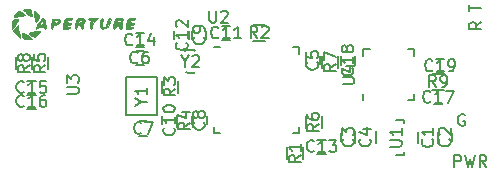
<source format=gbr>
G04 #@! TF.FileFunction,Legend,Top*
%FSLAX46Y46*%
G04 Gerber Fmt 4.6, Leading zero omitted, Abs format (unit mm)*
G04 Created by KiCad (PCBNEW 4.0.2-stable) date 2016年10月18日 星期二 03:38:32*
%MOMM*%
G01*
G04 APERTURE LIST*
%ADD10C,0.100000*%
%ADD11C,0.150000*%
%ADD12C,0.010000*%
G04 APERTURE END LIST*
D10*
D11*
X180100000Y-98450000D02*
X180100000Y-99450000D01*
X181800000Y-99450000D02*
X181800000Y-98450000D01*
X181800000Y-99275000D02*
X181800000Y-98575000D01*
X183000000Y-98575000D02*
X183000000Y-99275000D01*
X173600000Y-99275000D02*
X173600000Y-98575000D01*
X174800000Y-98575000D02*
X174800000Y-99275000D01*
X174800000Y-98425000D02*
X174800000Y-99425000D01*
X176500000Y-99425000D02*
X176500000Y-98425000D01*
X171796000Y-92067200D02*
X171796000Y-92767200D01*
X170596000Y-92767200D02*
X170596000Y-92067200D01*
X156875000Y-92825000D02*
X156175000Y-92825000D01*
X156175000Y-91625000D02*
X156875000Y-91625000D01*
X157181600Y-98796400D02*
X156481600Y-98796400D01*
X156481600Y-97596400D02*
X157181600Y-97596400D01*
X162194800Y-97147200D02*
X162194800Y-97847200D01*
X160994800Y-97847200D02*
X160994800Y-97147200D01*
X160975000Y-90625000D02*
X160975000Y-89925000D01*
X162175000Y-89925000D02*
X162175000Y-90625000D01*
X159654800Y-97147200D02*
X159654800Y-97847200D01*
X158454800Y-97847200D02*
X158454800Y-97147200D01*
X163492000Y-89519200D02*
X164192000Y-89519200D01*
X164192000Y-90719200D02*
X163492000Y-90719200D01*
X159475000Y-90625000D02*
X159475000Y-89925000D01*
X160675000Y-89925000D02*
X160675000Y-90625000D01*
X172275000Y-100325000D02*
X171575000Y-100325000D01*
X171575000Y-99125000D02*
X172275000Y-99125000D01*
X156200000Y-90100000D02*
X156900000Y-90100000D01*
X156900000Y-91300000D02*
X156200000Y-91300000D01*
X147709190Y-95334258D02*
X147009190Y-95334258D01*
X147009190Y-94134258D02*
X147709190Y-94134258D01*
X147709190Y-96534258D02*
X147009190Y-96534258D01*
X147009190Y-95334258D02*
X147709190Y-95334258D01*
X182150000Y-96150000D02*
X181450000Y-96150000D01*
X181450000Y-94950000D02*
X182150000Y-94950000D01*
X173600000Y-92775000D02*
X173600000Y-92075000D01*
X174800000Y-92075000D02*
X174800000Y-92775000D01*
X181600000Y-92300000D02*
X182300000Y-92300000D01*
X182300000Y-93500000D02*
X181600000Y-93500000D01*
X169025000Y-100800000D02*
X169025000Y-99800000D01*
X170375000Y-99800000D02*
X170375000Y-100800000D01*
X166150000Y-89400000D02*
X167150000Y-89400000D01*
X167150000Y-90750000D02*
X166150000Y-90750000D01*
X158430600Y-95152400D02*
X158430600Y-94152400D01*
X159780600Y-94152400D02*
X159780600Y-95152400D01*
X160999800Y-97024000D02*
X160999800Y-98024000D01*
X159649800Y-98024000D02*
X159649800Y-97024000D01*
X148772597Y-92160111D02*
X148772597Y-93160111D01*
X147422597Y-93160111D02*
X147422597Y-92160111D01*
X170600000Y-98150000D02*
X170600000Y-97150000D01*
X171950000Y-97150000D02*
X171950000Y-98150000D01*
X171975000Y-93075000D02*
X171975000Y-92075000D01*
X173325000Y-92075000D02*
X173325000Y-93075000D01*
X146072597Y-93160111D02*
X146072597Y-92160111D01*
X147422597Y-92160111D02*
X147422597Y-93160111D01*
X182275000Y-94925000D02*
X181275000Y-94925000D01*
X181275000Y-93575000D02*
X182275000Y-93575000D01*
X178927020Y-100249160D02*
X178927020Y-100200900D01*
X178225980Y-97450180D02*
X178927020Y-97450180D01*
X178927020Y-97450180D02*
X178927020Y-97699100D01*
X178927020Y-100249160D02*
X178927020Y-100449820D01*
X178927020Y-100449820D02*
X178225980Y-100449820D01*
X175475000Y-91500000D02*
X176000000Y-91500000D01*
X179775000Y-95800000D02*
X179250000Y-95800000D01*
X179775000Y-91500000D02*
X179250000Y-91500000D01*
X175475000Y-95800000D02*
X175475000Y-95275000D01*
X179775000Y-95800000D02*
X179775000Y-95275000D01*
X179775000Y-91500000D02*
X179775000Y-92025000D01*
X175475000Y-91500000D02*
X175475000Y-92025000D01*
X157980000Y-93820000D02*
X157980000Y-97020000D01*
X157980000Y-97020000D02*
X155380000Y-97020000D01*
X155380000Y-97020000D02*
X155380000Y-93820000D01*
X155380000Y-93820000D02*
X157980000Y-93820000D01*
X160376120Y-91625840D02*
X160475180Y-91575040D01*
X160475180Y-91575040D02*
X160675840Y-91524240D01*
X160675840Y-91524240D02*
X160876500Y-91524240D01*
X160876500Y-91524240D02*
X161125420Y-91575040D01*
X161125420Y-91575040D02*
X161224480Y-91625840D01*
X160426920Y-93424160D02*
X160576780Y-93525760D01*
X160576780Y-93525760D02*
X160774900Y-93525760D01*
X160774900Y-93525760D02*
X160975560Y-93525760D01*
X160975560Y-93525760D02*
X161125420Y-93474960D01*
X161125420Y-93474960D02*
X161224480Y-93424160D01*
X170039000Y-91323800D02*
X170039000Y-91848800D01*
X162789000Y-98573800D02*
X162789000Y-98048800D01*
X170039000Y-98573800D02*
X170039000Y-98048800D01*
X162789000Y-91323800D02*
X163314000Y-91323800D01*
X162789000Y-98573800D02*
X163314000Y-98573800D01*
X170039000Y-98573800D02*
X169514000Y-98573800D01*
X170039000Y-91323800D02*
X169514000Y-91323800D01*
D12*
G36*
X146652395Y-90089786D02*
X146834636Y-90193955D01*
X147123128Y-90386240D01*
X147428297Y-90593334D01*
X147002412Y-90593334D01*
X146750190Y-90587830D01*
X146620198Y-90551526D01*
X146565338Y-90454729D01*
X146542693Y-90303528D01*
X146531344Y-90148123D01*
X146559604Y-90075692D01*
X146652395Y-90089786D01*
X146652395Y-90089786D01*
G37*
X146652395Y-90089786D02*
X146834636Y-90193955D01*
X147123128Y-90386240D01*
X147428297Y-90593334D01*
X147002412Y-90593334D01*
X146750190Y-90587830D01*
X146620198Y-90551526D01*
X146565338Y-90454729D01*
X146542693Y-90303528D01*
X146531344Y-90148123D01*
X146559604Y-90075692D01*
X146652395Y-90089786D01*
G36*
X146252508Y-89735596D02*
X146308005Y-90021777D01*
X146353061Y-90254667D01*
X146378009Y-90431548D01*
X146370610Y-90508556D01*
X146369670Y-90508667D01*
X146297059Y-90453362D01*
X146151165Y-90313618D01*
X146072750Y-90233500D01*
X145808282Y-89958334D01*
X146004649Y-89714429D01*
X146201016Y-89470525D01*
X146252508Y-89735596D01*
X146252508Y-89735596D01*
G37*
X146252508Y-89735596D02*
X146308005Y-90021777D01*
X146353061Y-90254667D01*
X146378009Y-90431548D01*
X146370610Y-90508556D01*
X146369670Y-90508667D01*
X146297059Y-90453362D01*
X146151165Y-90313618D01*
X146072750Y-90233500D01*
X145808282Y-89958334D01*
X146004649Y-89714429D01*
X146201016Y-89470525D01*
X146252508Y-89735596D01*
G36*
X148046803Y-89967283D02*
X147999038Y-90083081D01*
X147844333Y-90275834D01*
X147651875Y-90406270D01*
X147430350Y-90374648D01*
X147254824Y-90258088D01*
X147153382Y-90163701D01*
X147136358Y-90098835D01*
X147225544Y-90049686D01*
X147442732Y-90002450D01*
X147732882Y-89955266D01*
X147960440Y-89931456D01*
X148046803Y-89967283D01*
X148046803Y-89967283D01*
G37*
X148046803Y-89967283D02*
X147999038Y-90083081D01*
X147844333Y-90275834D01*
X147651875Y-90406270D01*
X147430350Y-90374648D01*
X147254824Y-90258088D01*
X147153382Y-90163701D01*
X147136358Y-90098835D01*
X147225544Y-90049686D01*
X147442732Y-90002450D01*
X147732882Y-89955266D01*
X147960440Y-89931456D01*
X148046803Y-89967283D01*
G36*
X146228651Y-88944644D02*
X146219206Y-89063917D01*
X146093789Y-89281952D01*
X145873495Y-89582926D01*
X145715099Y-89789000D01*
X145713216Y-89396708D01*
X145724072Y-89149000D01*
X145773958Y-89019581D01*
X145884196Y-88958336D01*
X145901834Y-88953364D01*
X146122676Y-88911879D01*
X146228651Y-88944644D01*
X146228651Y-88944644D01*
G37*
X146228651Y-88944644D02*
X146219206Y-89063917D01*
X146093789Y-89281952D01*
X145873495Y-89582926D01*
X145715099Y-89789000D01*
X145713216Y-89396708D01*
X145724072Y-89149000D01*
X145773958Y-89019581D01*
X145884196Y-88958336D01*
X145901834Y-88953364D01*
X146122676Y-88911879D01*
X146228651Y-88944644D01*
G36*
X148405992Y-88888226D02*
X148498168Y-89080863D01*
X148540678Y-89260425D01*
X148567387Y-89487666D01*
X148560349Y-89668556D01*
X148527466Y-89768409D01*
X148476644Y-89752538D01*
X148444353Y-89683167D01*
X148341300Y-89608019D01*
X148156007Y-89579501D01*
X147969853Y-89600615D01*
X147870334Y-89662000D01*
X147765211Y-89743381D01*
X147742339Y-89746667D01*
X147741965Y-89680978D01*
X147814743Y-89509185D01*
X147937836Y-89281039D01*
X147942469Y-89274075D01*
X148115275Y-89274075D01*
X148123135Y-89387273D01*
X148199942Y-89408000D01*
X148313109Y-89337354D01*
X148336000Y-89238667D01*
X148300544Y-89101086D01*
X148251334Y-89069334D01*
X148168862Y-89096740D01*
X148166667Y-89104742D01*
X148140328Y-89204266D01*
X148115275Y-89274075D01*
X147942469Y-89274075D01*
X148132776Y-88988076D01*
X148286511Y-88857217D01*
X148405992Y-88888226D01*
X148405992Y-88888226D01*
G37*
X148405992Y-88888226D02*
X148498168Y-89080863D01*
X148540678Y-89260425D01*
X148567387Y-89487666D01*
X148560349Y-89668556D01*
X148527466Y-89768409D01*
X148476644Y-89752538D01*
X148444353Y-89683167D01*
X148341300Y-89608019D01*
X148156007Y-89579501D01*
X147969853Y-89600615D01*
X147870334Y-89662000D01*
X147765211Y-89743381D01*
X147742339Y-89746667D01*
X147741965Y-89680978D01*
X147814743Y-89509185D01*
X147937836Y-89281039D01*
X147942469Y-89274075D01*
X148115275Y-89274075D01*
X148123135Y-89387273D01*
X148199942Y-89408000D01*
X148313109Y-89337354D01*
X148336000Y-89238667D01*
X148300544Y-89101086D01*
X148251334Y-89069334D01*
X148168862Y-89096740D01*
X148166667Y-89104742D01*
X148140328Y-89204266D01*
X148115275Y-89274075D01*
X147942469Y-89274075D01*
X148132776Y-88988076D01*
X148286511Y-88857217D01*
X148405992Y-88888226D01*
G36*
X149557180Y-88906618D02*
X149734768Y-88932935D01*
X149809139Y-88970869D01*
X149804699Y-89101701D01*
X149695665Y-89252019D01*
X149531273Y-89370532D01*
X149389533Y-89408000D01*
X149225995Y-89449654D01*
X149182667Y-89577334D01*
X149134473Y-89714671D01*
X149067035Y-89746667D01*
X148999467Y-89709638D01*
X148991144Y-89574454D01*
X149021015Y-89386834D01*
X149064707Y-89151472D01*
X149071264Y-89111667D01*
X149267334Y-89111667D01*
X149337920Y-89215095D01*
X149436667Y-89238667D01*
X149574571Y-89185727D01*
X149606000Y-89111667D01*
X149535414Y-89008239D01*
X149436667Y-88984667D01*
X149298763Y-89037606D01*
X149267334Y-89111667D01*
X149071264Y-89111667D01*
X149091188Y-88990735D01*
X149094313Y-88963500D01*
X149170121Y-88921212D01*
X149346688Y-88902481D01*
X149557180Y-88906618D01*
X149557180Y-88906618D01*
G37*
X149557180Y-88906618D02*
X149734768Y-88932935D01*
X149809139Y-88970869D01*
X149804699Y-89101701D01*
X149695665Y-89252019D01*
X149531273Y-89370532D01*
X149389533Y-89408000D01*
X149225995Y-89449654D01*
X149182667Y-89577334D01*
X149134473Y-89714671D01*
X149067035Y-89746667D01*
X148999467Y-89709638D01*
X148991144Y-89574454D01*
X149021015Y-89386834D01*
X149064707Y-89151472D01*
X149071264Y-89111667D01*
X149267334Y-89111667D01*
X149337920Y-89215095D01*
X149436667Y-89238667D01*
X149574571Y-89185727D01*
X149606000Y-89111667D01*
X149535414Y-89008239D01*
X149436667Y-88984667D01*
X149298763Y-89037606D01*
X149267334Y-89111667D01*
X149071264Y-89111667D01*
X149091188Y-88990735D01*
X149094313Y-88963500D01*
X149170121Y-88921212D01*
X149346688Y-88902481D01*
X149557180Y-88906618D01*
G36*
X150759743Y-88833452D02*
X150838849Y-88882302D01*
X150833667Y-88900000D01*
X150716960Y-88965539D01*
X150574670Y-88984667D01*
X150408179Y-89029726D01*
X150368000Y-89111667D01*
X150438586Y-89215095D01*
X150537334Y-89238667D01*
X150674914Y-89274123D01*
X150706667Y-89323334D01*
X150634211Y-89386979D01*
X150495000Y-89408000D01*
X150335885Y-89436983D01*
X150283334Y-89492667D01*
X150355939Y-89555773D01*
X150499997Y-89577334D01*
X150644048Y-89604210D01*
X150664334Y-89662000D01*
X150552122Y-89718513D01*
X150345604Y-89746125D01*
X150311247Y-89746667D01*
X150010488Y-89746667D01*
X150066758Y-89429167D01*
X150127584Y-89114323D01*
X150189532Y-88931098D01*
X150280503Y-88843908D01*
X150428395Y-88817167D01*
X150548036Y-88815334D01*
X150759743Y-88833452D01*
X150759743Y-88833452D01*
G37*
X150759743Y-88833452D02*
X150838849Y-88882302D01*
X150833667Y-88900000D01*
X150716960Y-88965539D01*
X150574670Y-88984667D01*
X150408179Y-89029726D01*
X150368000Y-89111667D01*
X150438586Y-89215095D01*
X150537334Y-89238667D01*
X150674914Y-89274123D01*
X150706667Y-89323334D01*
X150634211Y-89386979D01*
X150495000Y-89408000D01*
X150335885Y-89436983D01*
X150283334Y-89492667D01*
X150355939Y-89555773D01*
X150499997Y-89577334D01*
X150644048Y-89604210D01*
X150664334Y-89662000D01*
X150552122Y-89718513D01*
X150345604Y-89746125D01*
X150311247Y-89746667D01*
X150010488Y-89746667D01*
X150066758Y-89429167D01*
X150127584Y-89114323D01*
X150189532Y-88931098D01*
X150280503Y-88843908D01*
X150428395Y-88817167D01*
X150548036Y-88815334D01*
X150759743Y-88833452D01*
G36*
X151658927Y-88852555D02*
X151816989Y-88940241D01*
X151875232Y-89062792D01*
X151804138Y-89184329D01*
X151718444Y-89339226D01*
X151707124Y-89513834D01*
X151698545Y-89681748D01*
X151643624Y-89746667D01*
X151570285Y-89675808D01*
X151553334Y-89577334D01*
X151493465Y-89435829D01*
X151384000Y-89408000D01*
X151242496Y-89467869D01*
X151214667Y-89577334D01*
X151165550Y-89714651D01*
X151096772Y-89746667D01*
X151033406Y-89720177D01*
X151020561Y-89616084D01*
X151056601Y-89397456D01*
X151077110Y-89302167D01*
X151118062Y-89140919D01*
X151317765Y-89140919D01*
X151342773Y-89225040D01*
X151430733Y-89225586D01*
X151579221Y-89144384D01*
X151619568Y-89082414D01*
X151594561Y-88998294D01*
X151506600Y-88997748D01*
X151358113Y-89078950D01*
X151317765Y-89140919D01*
X151118062Y-89140919D01*
X151143081Y-89042412D01*
X151214847Y-88905714D01*
X151325912Y-88848080D01*
X151435049Y-88832177D01*
X151658927Y-88852555D01*
X151658927Y-88852555D01*
G37*
X151658927Y-88852555D02*
X151816989Y-88940241D01*
X151875232Y-89062792D01*
X151804138Y-89184329D01*
X151718444Y-89339226D01*
X151707124Y-89513834D01*
X151698545Y-89681748D01*
X151643624Y-89746667D01*
X151570285Y-89675808D01*
X151553334Y-89577334D01*
X151493465Y-89435829D01*
X151384000Y-89408000D01*
X151242496Y-89467869D01*
X151214667Y-89577334D01*
X151165550Y-89714651D01*
X151096772Y-89746667D01*
X151033406Y-89720177D01*
X151020561Y-89616084D01*
X151056601Y-89397456D01*
X151077110Y-89302167D01*
X151118062Y-89140919D01*
X151317765Y-89140919D01*
X151342773Y-89225040D01*
X151430733Y-89225586D01*
X151579221Y-89144384D01*
X151619568Y-89082414D01*
X151594561Y-88998294D01*
X151506600Y-88997748D01*
X151358113Y-89078950D01*
X151317765Y-89140919D01*
X151118062Y-89140919D01*
X151143081Y-89042412D01*
X151214847Y-88905714D01*
X151325912Y-88848080D01*
X151435049Y-88832177D01*
X151658927Y-88852555D01*
G36*
X152854823Y-88825841D02*
X152975274Y-88858916D01*
X152933771Y-88916886D01*
X152789331Y-88981499D01*
X152635212Y-89092535D01*
X152546590Y-89308012D01*
X152527889Y-89402737D01*
X152461570Y-89656101D01*
X152392247Y-89747433D01*
X152344026Y-89681850D01*
X152341017Y-89464469D01*
X152353241Y-89365667D01*
X152378821Y-89127269D01*
X152356164Y-89013531D01*
X152278188Y-88984667D01*
X152162226Y-88940518D01*
X152146000Y-88900000D01*
X152222147Y-88851703D01*
X152416842Y-88821047D01*
X152569334Y-88815334D01*
X152854823Y-88825841D01*
X152854823Y-88825841D01*
G37*
X152854823Y-88825841D02*
X152975274Y-88858916D01*
X152933771Y-88916886D01*
X152789331Y-88981499D01*
X152635212Y-89092535D01*
X152546590Y-89308012D01*
X152527889Y-89402737D01*
X152461570Y-89656101D01*
X152392247Y-89747433D01*
X152344026Y-89681850D01*
X152341017Y-89464469D01*
X152353241Y-89365667D01*
X152378821Y-89127269D01*
X152356164Y-89013531D01*
X152278188Y-88984667D01*
X152162226Y-88940518D01*
X152146000Y-88900000D01*
X152222147Y-88851703D01*
X152416842Y-88821047D01*
X152569334Y-88815334D01*
X152854823Y-88825841D01*
G36*
X153394821Y-88891957D02*
X153390489Y-89102462D01*
X153379218Y-89188826D01*
X153374011Y-89473366D01*
X153442554Y-89624779D01*
X153553226Y-89642492D01*
X153674407Y-89525933D01*
X153774476Y-89274531D01*
X153791423Y-89196287D01*
X153860626Y-88971304D01*
X153954133Y-88834894D01*
X154045324Y-88824442D01*
X154051955Y-88830399D01*
X154065598Y-88944104D01*
X154022675Y-89145721D01*
X153943881Y-89372486D01*
X153849912Y-89561631D01*
X153785472Y-89638566D01*
X153588857Y-89723976D01*
X153371687Y-89743797D01*
X153218544Y-89690321D01*
X153218445Y-89690222D01*
X153167975Y-89553926D01*
X153163865Y-89338412D01*
X153197030Y-89103712D01*
X153258389Y-88909859D01*
X153338856Y-88816884D01*
X153350822Y-88815334D01*
X153394821Y-88891957D01*
X153394821Y-88891957D01*
G37*
X153394821Y-88891957D02*
X153390489Y-89102462D01*
X153379218Y-89188826D01*
X153374011Y-89473366D01*
X153442554Y-89624779D01*
X153553226Y-89642492D01*
X153674407Y-89525933D01*
X153774476Y-89274531D01*
X153791423Y-89196287D01*
X153860626Y-88971304D01*
X153954133Y-88834894D01*
X154045324Y-88824442D01*
X154051955Y-88830399D01*
X154065598Y-88944104D01*
X154022675Y-89145721D01*
X153943881Y-89372486D01*
X153849912Y-89561631D01*
X153785472Y-89638566D01*
X153588857Y-89723976D01*
X153371687Y-89743797D01*
X153218544Y-89690321D01*
X153218445Y-89690222D01*
X153167975Y-89553926D01*
X153163865Y-89338412D01*
X153197030Y-89103712D01*
X153258389Y-88909859D01*
X153338856Y-88816884D01*
X153350822Y-88815334D01*
X153394821Y-88891957D01*
G36*
X154944542Y-88855034D02*
X155080279Y-88958035D01*
X155067761Y-89113110D01*
X155054655Y-89136143D01*
X154995980Y-89336993D01*
X155001025Y-89519726D01*
X155007373Y-89690865D01*
X154924296Y-89746109D01*
X154907537Y-89746667D01*
X154793538Y-89676082D01*
X154770667Y-89577334D01*
X154721864Y-89440009D01*
X154653542Y-89408000D01*
X154539818Y-89478936D01*
X154492135Y-89577334D01*
X154413638Y-89714822D01*
X154346081Y-89746667D01*
X154281728Y-89677578D01*
X154299914Y-89525123D01*
X154360584Y-89265305D01*
X154391923Y-89117875D01*
X154601334Y-89117875D01*
X154658989Y-89210475D01*
X154781901Y-89214793D01*
X154894986Y-89137301D01*
X154918873Y-89090500D01*
X154879928Y-89004997D01*
X154777722Y-88984667D01*
X154632175Y-89038452D01*
X154601334Y-89117875D01*
X154391923Y-89117875D01*
X154404342Y-89059456D01*
X154473502Y-88879229D01*
X154614677Y-88818736D01*
X154675417Y-88816630D01*
X154944542Y-88855034D01*
X154944542Y-88855034D01*
G37*
X154944542Y-88855034D02*
X155080279Y-88958035D01*
X155067761Y-89113110D01*
X155054655Y-89136143D01*
X154995980Y-89336993D01*
X155001025Y-89519726D01*
X155007373Y-89690865D01*
X154924296Y-89746109D01*
X154907537Y-89746667D01*
X154793538Y-89676082D01*
X154770667Y-89577334D01*
X154721864Y-89440009D01*
X154653542Y-89408000D01*
X154539818Y-89478936D01*
X154492135Y-89577334D01*
X154413638Y-89714822D01*
X154346081Y-89746667D01*
X154281728Y-89677578D01*
X154299914Y-89525123D01*
X154360584Y-89265305D01*
X154391923Y-89117875D01*
X154601334Y-89117875D01*
X154658989Y-89210475D01*
X154781901Y-89214793D01*
X154894986Y-89137301D01*
X154918873Y-89090500D01*
X154879928Y-89004997D01*
X154777722Y-88984667D01*
X154632175Y-89038452D01*
X154601334Y-89117875D01*
X154391923Y-89117875D01*
X154404342Y-89059456D01*
X154473502Y-88879229D01*
X154614677Y-88818736D01*
X154675417Y-88816630D01*
X154944542Y-88855034D01*
G36*
X156093743Y-88833452D02*
X156172849Y-88882302D01*
X156167667Y-88900000D01*
X156050960Y-88965539D01*
X155908670Y-88984667D01*
X155742179Y-89029726D01*
X155702000Y-89111667D01*
X155772586Y-89215095D01*
X155871334Y-89238667D01*
X156008914Y-89274123D01*
X156040667Y-89323334D01*
X155968211Y-89386979D01*
X155829000Y-89408000D01*
X155669885Y-89436983D01*
X155617334Y-89492667D01*
X155689939Y-89555773D01*
X155833997Y-89577334D01*
X155978048Y-89604210D01*
X155998334Y-89662000D01*
X155886122Y-89718513D01*
X155679604Y-89746125D01*
X155645247Y-89746667D01*
X155344488Y-89746667D01*
X155400758Y-89429167D01*
X155461584Y-89114323D01*
X155523532Y-88931098D01*
X155614503Y-88843908D01*
X155762395Y-88817167D01*
X155882036Y-88815334D01*
X156093743Y-88833452D01*
X156093743Y-88833452D01*
G37*
X156093743Y-88833452D02*
X156172849Y-88882302D01*
X156167667Y-88900000D01*
X156050960Y-88965539D01*
X155908670Y-88984667D01*
X155742179Y-89029726D01*
X155702000Y-89111667D01*
X155772586Y-89215095D01*
X155871334Y-89238667D01*
X156008914Y-89274123D01*
X156040667Y-89323334D01*
X155968211Y-89386979D01*
X155829000Y-89408000D01*
X155669885Y-89436983D01*
X155617334Y-89492667D01*
X155689939Y-89555773D01*
X155833997Y-89577334D01*
X155978048Y-89604210D01*
X155998334Y-89662000D01*
X155886122Y-89718513D01*
X155679604Y-89746125D01*
X155645247Y-89746667D01*
X155344488Y-89746667D01*
X155400758Y-89429167D01*
X155461584Y-89114323D01*
X155523532Y-88931098D01*
X155614503Y-88843908D01*
X155762395Y-88817167D01*
X155882036Y-88815334D01*
X156093743Y-88833452D01*
G36*
X147646502Y-88275644D02*
X147798738Y-88406992D01*
X147841615Y-88447378D01*
X147989630Y-88601230D01*
X148027325Y-88712361D01*
X147968954Y-88852747D01*
X147933827Y-88913044D01*
X147822576Y-89077443D01*
X147743302Y-89153395D01*
X147739236Y-89154000D01*
X147697029Y-89078260D01*
X147642601Y-88882686D01*
X147602575Y-88688334D01*
X147563910Y-88435433D01*
X147551796Y-88266314D01*
X147562619Y-88222667D01*
X147646502Y-88275644D01*
X147646502Y-88275644D01*
G37*
X147646502Y-88275644D02*
X147798738Y-88406992D01*
X147841615Y-88447378D01*
X147989630Y-88601230D01*
X148027325Y-88712361D01*
X147968954Y-88852747D01*
X147933827Y-88913044D01*
X147822576Y-89077443D01*
X147743302Y-89153395D01*
X147739236Y-89154000D01*
X147697029Y-89078260D01*
X147642601Y-88882686D01*
X147602575Y-88688334D01*
X147563910Y-88435433D01*
X147551796Y-88266314D01*
X147562619Y-88222667D01*
X147646502Y-88275644D01*
G36*
X146519388Y-88340403D02*
X146552427Y-88359843D01*
X146724224Y-88473997D01*
X146809841Y-88555716D01*
X146812000Y-88563469D01*
X146735833Y-88602631D01*
X146537916Y-88653590D01*
X146310579Y-88696689D01*
X146035590Y-88737726D01*
X145895185Y-88741811D01*
X145857946Y-88705422D01*
X145879404Y-88648361D01*
X145995251Y-88491566D01*
X146121252Y-88361807D01*
X146246030Y-88264078D01*
X146353796Y-88257057D01*
X146519388Y-88340403D01*
X146519388Y-88340403D01*
G37*
X146519388Y-88340403D02*
X146552427Y-88359843D01*
X146724224Y-88473997D01*
X146809841Y-88555716D01*
X146812000Y-88563469D01*
X146735833Y-88602631D01*
X146537916Y-88653590D01*
X146310579Y-88696689D01*
X146035590Y-88737726D01*
X145895185Y-88741811D01*
X145857946Y-88705422D01*
X145879404Y-88648361D01*
X145995251Y-88491566D01*
X146121252Y-88361807D01*
X146246030Y-88264078D01*
X146353796Y-88257057D01*
X146519388Y-88340403D01*
G36*
X147183864Y-88065210D02*
X147291621Y-88130732D01*
X147345981Y-88294736D01*
X147358370Y-88358318D01*
X147389214Y-88562766D01*
X147392386Y-88678519D01*
X147388960Y-88685624D01*
X147311975Y-88653237D01*
X147144775Y-88545909D01*
X147023667Y-88459909D01*
X146778111Y-88266428D01*
X146677375Y-88143501D01*
X146719462Y-88077318D01*
X146902374Y-88054062D01*
X146964855Y-88053334D01*
X147183864Y-88065210D01*
X147183864Y-88065210D01*
G37*
X147183864Y-88065210D02*
X147291621Y-88130732D01*
X147345981Y-88294736D01*
X147358370Y-88358318D01*
X147389214Y-88562766D01*
X147392386Y-88678519D01*
X147388960Y-88685624D01*
X147311975Y-88653237D01*
X147144775Y-88545909D01*
X147023667Y-88459909D01*
X146778111Y-88266428D01*
X146677375Y-88143501D01*
X146719462Y-88077318D01*
X146902374Y-88054062D01*
X146964855Y-88053334D01*
X147183864Y-88065210D01*
D11*
X181306943Y-99116666D02*
X181354562Y-99164285D01*
X181402181Y-99307142D01*
X181402181Y-99402380D01*
X181354562Y-99545238D01*
X181259324Y-99640476D01*
X181164086Y-99688095D01*
X180973610Y-99735714D01*
X180830752Y-99735714D01*
X180640276Y-99688095D01*
X180545038Y-99640476D01*
X180449800Y-99545238D01*
X180402181Y-99402380D01*
X180402181Y-99307142D01*
X180449800Y-99164285D01*
X180497419Y-99116666D01*
X181402181Y-98164285D02*
X181402181Y-98735714D01*
X181402181Y-98450000D02*
X180402181Y-98450000D01*
X180545038Y-98545238D01*
X180640276Y-98640476D01*
X180687895Y-98735714D01*
X182757143Y-99091666D02*
X182804762Y-99139285D01*
X182852381Y-99282142D01*
X182852381Y-99377380D01*
X182804762Y-99520238D01*
X182709524Y-99615476D01*
X182614286Y-99663095D01*
X182423810Y-99710714D01*
X182280952Y-99710714D01*
X182090476Y-99663095D01*
X181995238Y-99615476D01*
X181900000Y-99520238D01*
X181852381Y-99377380D01*
X181852381Y-99282142D01*
X181900000Y-99139285D01*
X181947619Y-99091666D01*
X181947619Y-98710714D02*
X181900000Y-98663095D01*
X181852381Y-98567857D01*
X181852381Y-98329761D01*
X181900000Y-98234523D01*
X181947619Y-98186904D01*
X182042857Y-98139285D01*
X182138095Y-98139285D01*
X182280952Y-98186904D01*
X182852381Y-98758333D01*
X182852381Y-98139285D01*
X174557143Y-99091666D02*
X174604762Y-99139285D01*
X174652381Y-99282142D01*
X174652381Y-99377380D01*
X174604762Y-99520238D01*
X174509524Y-99615476D01*
X174414286Y-99663095D01*
X174223810Y-99710714D01*
X174080952Y-99710714D01*
X173890476Y-99663095D01*
X173795238Y-99615476D01*
X173700000Y-99520238D01*
X173652381Y-99377380D01*
X173652381Y-99282142D01*
X173700000Y-99139285D01*
X173747619Y-99091666D01*
X173652381Y-98758333D02*
X173652381Y-98139285D01*
X174033333Y-98472619D01*
X174033333Y-98329761D01*
X174080952Y-98234523D01*
X174128571Y-98186904D01*
X174223810Y-98139285D01*
X174461905Y-98139285D01*
X174557143Y-98186904D01*
X174604762Y-98234523D01*
X174652381Y-98329761D01*
X174652381Y-98615476D01*
X174604762Y-98710714D01*
X174557143Y-98758333D01*
X176007143Y-99091666D02*
X176054762Y-99139285D01*
X176102381Y-99282142D01*
X176102381Y-99377380D01*
X176054762Y-99520238D01*
X175959524Y-99615476D01*
X175864286Y-99663095D01*
X175673810Y-99710714D01*
X175530952Y-99710714D01*
X175340476Y-99663095D01*
X175245238Y-99615476D01*
X175150000Y-99520238D01*
X175102381Y-99377380D01*
X175102381Y-99282142D01*
X175150000Y-99139285D01*
X175197619Y-99091666D01*
X175435714Y-98234523D02*
X176102381Y-98234523D01*
X175054762Y-98472619D02*
X175769048Y-98710714D01*
X175769048Y-98091666D01*
X171553143Y-92583866D02*
X171600762Y-92631485D01*
X171648381Y-92774342D01*
X171648381Y-92869580D01*
X171600762Y-93012438D01*
X171505524Y-93107676D01*
X171410286Y-93155295D01*
X171219810Y-93202914D01*
X171076952Y-93202914D01*
X170886476Y-93155295D01*
X170791238Y-93107676D01*
X170696000Y-93012438D01*
X170648381Y-92869580D01*
X170648381Y-92774342D01*
X170696000Y-92631485D01*
X170743619Y-92583866D01*
X170648381Y-91679104D02*
X170648381Y-92155295D01*
X171124571Y-92202914D01*
X171076952Y-92155295D01*
X171029333Y-92060057D01*
X171029333Y-91821961D01*
X171076952Y-91726723D01*
X171124571Y-91679104D01*
X171219810Y-91631485D01*
X171457905Y-91631485D01*
X171553143Y-91679104D01*
X171600762Y-91726723D01*
X171648381Y-91821961D01*
X171648381Y-92060057D01*
X171600762Y-92155295D01*
X171553143Y-92202914D01*
X156358334Y-92582143D02*
X156310715Y-92629762D01*
X156167858Y-92677381D01*
X156072620Y-92677381D01*
X155929762Y-92629762D01*
X155834524Y-92534524D01*
X155786905Y-92439286D01*
X155739286Y-92248810D01*
X155739286Y-92105952D01*
X155786905Y-91915476D01*
X155834524Y-91820238D01*
X155929762Y-91725000D01*
X156072620Y-91677381D01*
X156167858Y-91677381D01*
X156310715Y-91725000D01*
X156358334Y-91772619D01*
X157215477Y-91677381D02*
X157025000Y-91677381D01*
X156929762Y-91725000D01*
X156882143Y-91772619D01*
X156786905Y-91915476D01*
X156739286Y-92105952D01*
X156739286Y-92486905D01*
X156786905Y-92582143D01*
X156834524Y-92629762D01*
X156929762Y-92677381D01*
X157120239Y-92677381D01*
X157215477Y-92629762D01*
X157263096Y-92582143D01*
X157310715Y-92486905D01*
X157310715Y-92248810D01*
X157263096Y-92153571D01*
X157215477Y-92105952D01*
X157120239Y-92058333D01*
X156929762Y-92058333D01*
X156834524Y-92105952D01*
X156786905Y-92153571D01*
X156739286Y-92248810D01*
X156664934Y-98553543D02*
X156617315Y-98601162D01*
X156474458Y-98648781D01*
X156379220Y-98648781D01*
X156236362Y-98601162D01*
X156141124Y-98505924D01*
X156093505Y-98410686D01*
X156045886Y-98220210D01*
X156045886Y-98077352D01*
X156093505Y-97886876D01*
X156141124Y-97791638D01*
X156236362Y-97696400D01*
X156379220Y-97648781D01*
X156474458Y-97648781D01*
X156617315Y-97696400D01*
X156664934Y-97744019D01*
X156998267Y-97648781D02*
X157664934Y-97648781D01*
X157236362Y-98648781D01*
X161951943Y-97663866D02*
X161999562Y-97711485D01*
X162047181Y-97854342D01*
X162047181Y-97949580D01*
X161999562Y-98092438D01*
X161904324Y-98187676D01*
X161809086Y-98235295D01*
X161618610Y-98282914D01*
X161475752Y-98282914D01*
X161285276Y-98235295D01*
X161190038Y-98187676D01*
X161094800Y-98092438D01*
X161047181Y-97949580D01*
X161047181Y-97854342D01*
X161094800Y-97711485D01*
X161142419Y-97663866D01*
X161475752Y-97092438D02*
X161428133Y-97187676D01*
X161380514Y-97235295D01*
X161285276Y-97282914D01*
X161237657Y-97282914D01*
X161142419Y-97235295D01*
X161094800Y-97187676D01*
X161047181Y-97092438D01*
X161047181Y-96901961D01*
X161094800Y-96806723D01*
X161142419Y-96759104D01*
X161237657Y-96711485D01*
X161285276Y-96711485D01*
X161380514Y-96759104D01*
X161428133Y-96806723D01*
X161475752Y-96901961D01*
X161475752Y-97092438D01*
X161523371Y-97187676D01*
X161570990Y-97235295D01*
X161666229Y-97282914D01*
X161856705Y-97282914D01*
X161951943Y-97235295D01*
X161999562Y-97187676D01*
X162047181Y-97092438D01*
X162047181Y-96901961D01*
X161999562Y-96806723D01*
X161951943Y-96759104D01*
X161856705Y-96711485D01*
X161666229Y-96711485D01*
X161570990Y-96759104D01*
X161523371Y-96806723D01*
X161475752Y-96901961D01*
X161942143Y-90446666D02*
X161989762Y-90494285D01*
X162037381Y-90637142D01*
X162037381Y-90732380D01*
X161989762Y-90875238D01*
X161894524Y-90970476D01*
X161799286Y-91018095D01*
X161608810Y-91065714D01*
X161465952Y-91065714D01*
X161275476Y-91018095D01*
X161180238Y-90970476D01*
X161085000Y-90875238D01*
X161037381Y-90732380D01*
X161037381Y-90637142D01*
X161085000Y-90494285D01*
X161132619Y-90446666D01*
X162037381Y-89970476D02*
X162037381Y-89780000D01*
X161989762Y-89684761D01*
X161942143Y-89637142D01*
X161799286Y-89541904D01*
X161608810Y-89494285D01*
X161227857Y-89494285D01*
X161132619Y-89541904D01*
X161085000Y-89589523D01*
X161037381Y-89684761D01*
X161037381Y-89875238D01*
X161085000Y-89970476D01*
X161132619Y-90018095D01*
X161227857Y-90065714D01*
X161465952Y-90065714D01*
X161561190Y-90018095D01*
X161608810Y-89970476D01*
X161656429Y-89875238D01*
X161656429Y-89684761D01*
X161608810Y-89589523D01*
X161561190Y-89541904D01*
X161465952Y-89494285D01*
X159411943Y-98140057D02*
X159459562Y-98187676D01*
X159507181Y-98330533D01*
X159507181Y-98425771D01*
X159459562Y-98568629D01*
X159364324Y-98663867D01*
X159269086Y-98711486D01*
X159078610Y-98759105D01*
X158935752Y-98759105D01*
X158745276Y-98711486D01*
X158650038Y-98663867D01*
X158554800Y-98568629D01*
X158507181Y-98425771D01*
X158507181Y-98330533D01*
X158554800Y-98187676D01*
X158602419Y-98140057D01*
X159507181Y-97187676D02*
X159507181Y-97759105D01*
X159507181Y-97473391D02*
X158507181Y-97473391D01*
X158650038Y-97568629D01*
X158745276Y-97663867D01*
X158792895Y-97759105D01*
X158507181Y-96568629D02*
X158507181Y-96473390D01*
X158554800Y-96378152D01*
X158602419Y-96330533D01*
X158697657Y-96282914D01*
X158888133Y-96235295D01*
X159126229Y-96235295D01*
X159316705Y-96282914D01*
X159411943Y-96330533D01*
X159459562Y-96378152D01*
X159507181Y-96473390D01*
X159507181Y-96568629D01*
X159459562Y-96663867D01*
X159411943Y-96711486D01*
X159316705Y-96759105D01*
X159126229Y-96806724D01*
X158888133Y-96806724D01*
X158697657Y-96759105D01*
X158602419Y-96711486D01*
X158554800Y-96663867D01*
X158507181Y-96568629D01*
X163199143Y-90476343D02*
X163151524Y-90523962D01*
X163008667Y-90571581D01*
X162913429Y-90571581D01*
X162770571Y-90523962D01*
X162675333Y-90428724D01*
X162627714Y-90333486D01*
X162580095Y-90143010D01*
X162580095Y-90000152D01*
X162627714Y-89809676D01*
X162675333Y-89714438D01*
X162770571Y-89619200D01*
X162913429Y-89571581D01*
X163008667Y-89571581D01*
X163151524Y-89619200D01*
X163199143Y-89666819D01*
X164151524Y-90571581D02*
X163580095Y-90571581D01*
X163865809Y-90571581D02*
X163865809Y-89571581D01*
X163770571Y-89714438D01*
X163675333Y-89809676D01*
X163580095Y-89857295D01*
X165103905Y-90571581D02*
X164532476Y-90571581D01*
X164818190Y-90571581D02*
X164818190Y-89571581D01*
X164722952Y-89714438D01*
X164627714Y-89809676D01*
X164532476Y-89857295D01*
X160482943Y-90917857D02*
X160530562Y-90965476D01*
X160578181Y-91108333D01*
X160578181Y-91203571D01*
X160530562Y-91346429D01*
X160435324Y-91441667D01*
X160340086Y-91489286D01*
X160149610Y-91536905D01*
X160006752Y-91536905D01*
X159816276Y-91489286D01*
X159721038Y-91441667D01*
X159625800Y-91346429D01*
X159578181Y-91203571D01*
X159578181Y-91108333D01*
X159625800Y-90965476D01*
X159673419Y-90917857D01*
X160578181Y-89965476D02*
X160578181Y-90536905D01*
X160578181Y-90251191D02*
X159578181Y-90251191D01*
X159721038Y-90346429D01*
X159816276Y-90441667D01*
X159863895Y-90536905D01*
X159673419Y-89584524D02*
X159625800Y-89536905D01*
X159578181Y-89441667D01*
X159578181Y-89203571D01*
X159625800Y-89108333D01*
X159673419Y-89060714D01*
X159768657Y-89013095D01*
X159863895Y-89013095D01*
X160006752Y-89060714D01*
X160578181Y-89632143D01*
X160578181Y-89013095D01*
X171282143Y-100082143D02*
X171234524Y-100129762D01*
X171091667Y-100177381D01*
X170996429Y-100177381D01*
X170853571Y-100129762D01*
X170758333Y-100034524D01*
X170710714Y-99939286D01*
X170663095Y-99748810D01*
X170663095Y-99605952D01*
X170710714Y-99415476D01*
X170758333Y-99320238D01*
X170853571Y-99225000D01*
X170996429Y-99177381D01*
X171091667Y-99177381D01*
X171234524Y-99225000D01*
X171282143Y-99272619D01*
X172234524Y-100177381D02*
X171663095Y-100177381D01*
X171948809Y-100177381D02*
X171948809Y-99177381D01*
X171853571Y-99320238D01*
X171758333Y-99415476D01*
X171663095Y-99463095D01*
X172567857Y-99177381D02*
X173186905Y-99177381D01*
X172853571Y-99558333D01*
X172996429Y-99558333D01*
X173091667Y-99605952D01*
X173139286Y-99653571D01*
X173186905Y-99748810D01*
X173186905Y-99986905D01*
X173139286Y-100082143D01*
X173091667Y-100129762D01*
X172996429Y-100177381D01*
X172710714Y-100177381D01*
X172615476Y-100129762D01*
X172567857Y-100082143D01*
X155907143Y-91057143D02*
X155859524Y-91104762D01*
X155716667Y-91152381D01*
X155621429Y-91152381D01*
X155478571Y-91104762D01*
X155383333Y-91009524D01*
X155335714Y-90914286D01*
X155288095Y-90723810D01*
X155288095Y-90580952D01*
X155335714Y-90390476D01*
X155383333Y-90295238D01*
X155478571Y-90200000D01*
X155621429Y-90152381D01*
X155716667Y-90152381D01*
X155859524Y-90200000D01*
X155907143Y-90247619D01*
X156859524Y-91152381D02*
X156288095Y-91152381D01*
X156573809Y-91152381D02*
X156573809Y-90152381D01*
X156478571Y-90295238D01*
X156383333Y-90390476D01*
X156288095Y-90438095D01*
X157716667Y-90485714D02*
X157716667Y-91152381D01*
X157478571Y-90104762D02*
X157240476Y-90819048D01*
X157859524Y-90819048D01*
X146716333Y-95091401D02*
X146668714Y-95139020D01*
X146525857Y-95186639D01*
X146430619Y-95186639D01*
X146287761Y-95139020D01*
X146192523Y-95043782D01*
X146144904Y-94948544D01*
X146097285Y-94758068D01*
X146097285Y-94615210D01*
X146144904Y-94424734D01*
X146192523Y-94329496D01*
X146287761Y-94234258D01*
X146430619Y-94186639D01*
X146525857Y-94186639D01*
X146668714Y-94234258D01*
X146716333Y-94281877D01*
X147668714Y-95186639D02*
X147097285Y-95186639D01*
X147382999Y-95186639D02*
X147382999Y-94186639D01*
X147287761Y-94329496D01*
X147192523Y-94424734D01*
X147097285Y-94472353D01*
X148573476Y-94186639D02*
X148097285Y-94186639D01*
X148049666Y-94662829D01*
X148097285Y-94615210D01*
X148192523Y-94567591D01*
X148430619Y-94567591D01*
X148525857Y-94615210D01*
X148573476Y-94662829D01*
X148621095Y-94758068D01*
X148621095Y-94996163D01*
X148573476Y-95091401D01*
X148525857Y-95139020D01*
X148430619Y-95186639D01*
X148192523Y-95186639D01*
X148097285Y-95139020D01*
X148049666Y-95091401D01*
X146716333Y-96266401D02*
X146668714Y-96314020D01*
X146525857Y-96361639D01*
X146430619Y-96361639D01*
X146287761Y-96314020D01*
X146192523Y-96218782D01*
X146144904Y-96123544D01*
X146097285Y-95933068D01*
X146097285Y-95790210D01*
X146144904Y-95599734D01*
X146192523Y-95504496D01*
X146287761Y-95409258D01*
X146430619Y-95361639D01*
X146525857Y-95361639D01*
X146668714Y-95409258D01*
X146716333Y-95456877D01*
X147668714Y-96361639D02*
X147097285Y-96361639D01*
X147382999Y-96361639D02*
X147382999Y-95361639D01*
X147287761Y-95504496D01*
X147192523Y-95599734D01*
X147097285Y-95647353D01*
X148525857Y-95361639D02*
X148335380Y-95361639D01*
X148240142Y-95409258D01*
X148192523Y-95456877D01*
X148097285Y-95599734D01*
X148049666Y-95790210D01*
X148049666Y-96171163D01*
X148097285Y-96266401D01*
X148144904Y-96314020D01*
X148240142Y-96361639D01*
X148430619Y-96361639D01*
X148525857Y-96314020D01*
X148573476Y-96266401D01*
X148621095Y-96171163D01*
X148621095Y-95933068D01*
X148573476Y-95837829D01*
X148525857Y-95790210D01*
X148430619Y-95742591D01*
X148240142Y-95742591D01*
X148144904Y-95790210D01*
X148097285Y-95837829D01*
X148049666Y-95933068D01*
X181146143Y-95900543D02*
X181098524Y-95948162D01*
X180955667Y-95995781D01*
X180860429Y-95995781D01*
X180717571Y-95948162D01*
X180622333Y-95852924D01*
X180574714Y-95757686D01*
X180527095Y-95567210D01*
X180527095Y-95424352D01*
X180574714Y-95233876D01*
X180622333Y-95138638D01*
X180717571Y-95043400D01*
X180860429Y-94995781D01*
X180955667Y-94995781D01*
X181098524Y-95043400D01*
X181146143Y-95091019D01*
X182098524Y-95995781D02*
X181527095Y-95995781D01*
X181812809Y-95995781D02*
X181812809Y-94995781D01*
X181717571Y-95138638D01*
X181622333Y-95233876D01*
X181527095Y-95281495D01*
X182431857Y-94995781D02*
X183098524Y-94995781D01*
X182669952Y-95995781D01*
X174535543Y-93067857D02*
X174583162Y-93115476D01*
X174630781Y-93258333D01*
X174630781Y-93353571D01*
X174583162Y-93496429D01*
X174487924Y-93591667D01*
X174392686Y-93639286D01*
X174202210Y-93686905D01*
X174059352Y-93686905D01*
X173868876Y-93639286D01*
X173773638Y-93591667D01*
X173678400Y-93496429D01*
X173630781Y-93353571D01*
X173630781Y-93258333D01*
X173678400Y-93115476D01*
X173726019Y-93067857D01*
X174630781Y-92115476D02*
X174630781Y-92686905D01*
X174630781Y-92401191D02*
X173630781Y-92401191D01*
X173773638Y-92496429D01*
X173868876Y-92591667D01*
X173916495Y-92686905D01*
X174059352Y-91544048D02*
X174011733Y-91639286D01*
X173964114Y-91686905D01*
X173868876Y-91734524D01*
X173821257Y-91734524D01*
X173726019Y-91686905D01*
X173678400Y-91639286D01*
X173630781Y-91544048D01*
X173630781Y-91353571D01*
X173678400Y-91258333D01*
X173726019Y-91210714D01*
X173821257Y-91163095D01*
X173868876Y-91163095D01*
X173964114Y-91210714D01*
X174011733Y-91258333D01*
X174059352Y-91353571D01*
X174059352Y-91544048D01*
X174106971Y-91639286D01*
X174154590Y-91686905D01*
X174249829Y-91734524D01*
X174440305Y-91734524D01*
X174535543Y-91686905D01*
X174583162Y-91639286D01*
X174630781Y-91544048D01*
X174630781Y-91353571D01*
X174583162Y-91258333D01*
X174535543Y-91210714D01*
X174440305Y-91163095D01*
X174249829Y-91163095D01*
X174154590Y-91210714D01*
X174106971Y-91258333D01*
X174059352Y-91353571D01*
X181303143Y-93252143D02*
X181255524Y-93299762D01*
X181112667Y-93347381D01*
X181017429Y-93347381D01*
X180874571Y-93299762D01*
X180779333Y-93204524D01*
X180731714Y-93109286D01*
X180684095Y-92918810D01*
X180684095Y-92775952D01*
X180731714Y-92585476D01*
X180779333Y-92490238D01*
X180874571Y-92395000D01*
X181017429Y-92347381D01*
X181112667Y-92347381D01*
X181255524Y-92395000D01*
X181303143Y-92442619D01*
X182255524Y-93347381D02*
X181684095Y-93347381D01*
X181969809Y-93347381D02*
X181969809Y-92347381D01*
X181874571Y-92490238D01*
X181779333Y-92585476D01*
X181684095Y-92633095D01*
X182731714Y-93347381D02*
X182922190Y-93347381D01*
X183017429Y-93299762D01*
X183065048Y-93252143D01*
X183160286Y-93109286D01*
X183207905Y-92918810D01*
X183207905Y-92537857D01*
X183160286Y-92442619D01*
X183112667Y-92395000D01*
X183017429Y-92347381D01*
X182826952Y-92347381D01*
X182731714Y-92395000D01*
X182684095Y-92442619D01*
X182636476Y-92537857D01*
X182636476Y-92775952D01*
X182684095Y-92871190D01*
X182731714Y-92918810D01*
X182826952Y-92966429D01*
X183017429Y-92966429D01*
X183112667Y-92918810D01*
X183160286Y-92871190D01*
X183207905Y-92775952D01*
X183166667Y-101452381D02*
X183166667Y-100452381D01*
X183547620Y-100452381D01*
X183642858Y-100500000D01*
X183690477Y-100547619D01*
X183738096Y-100642857D01*
X183738096Y-100785714D01*
X183690477Y-100880952D01*
X183642858Y-100928571D01*
X183547620Y-100976190D01*
X183166667Y-100976190D01*
X184071429Y-100452381D02*
X184309524Y-101452381D01*
X184500001Y-100738095D01*
X184690477Y-101452381D01*
X184928572Y-100452381D01*
X185880953Y-101452381D02*
X185547619Y-100976190D01*
X185309524Y-101452381D02*
X185309524Y-100452381D01*
X185690477Y-100452381D01*
X185785715Y-100500000D01*
X185833334Y-100547619D01*
X185880953Y-100642857D01*
X185880953Y-100785714D01*
X185833334Y-100880952D01*
X185785715Y-100928571D01*
X185690477Y-100976190D01*
X185309524Y-100976190D01*
X184036905Y-97025000D02*
X183941667Y-96977381D01*
X183798810Y-96977381D01*
X183655952Y-97025000D01*
X183560714Y-97120238D01*
X183513095Y-97215476D01*
X183465476Y-97405952D01*
X183465476Y-97548810D01*
X183513095Y-97739286D01*
X183560714Y-97834524D01*
X183655952Y-97929762D01*
X183798810Y-97977381D01*
X183894048Y-97977381D01*
X184036905Y-97929762D01*
X184084524Y-97882143D01*
X184084524Y-97548810D01*
X183894048Y-97548810D01*
X184452381Y-88285714D02*
X184452381Y-87714285D01*
X185452381Y-88000000D02*
X184452381Y-88000000D01*
X185452381Y-89190476D02*
X184976190Y-89523810D01*
X185452381Y-89761905D02*
X184452381Y-89761905D01*
X184452381Y-89380952D01*
X184500000Y-89285714D01*
X184547619Y-89238095D01*
X184642857Y-89190476D01*
X184785714Y-89190476D01*
X184880952Y-89238095D01*
X184928571Y-89285714D01*
X184976190Y-89380952D01*
X184976190Y-89761905D01*
X170152381Y-100466666D02*
X169676190Y-100800000D01*
X170152381Y-101038095D02*
X169152381Y-101038095D01*
X169152381Y-100657142D01*
X169200000Y-100561904D01*
X169247619Y-100514285D01*
X169342857Y-100466666D01*
X169485714Y-100466666D01*
X169580952Y-100514285D01*
X169628571Y-100561904D01*
X169676190Y-100657142D01*
X169676190Y-101038095D01*
X170152381Y-99514285D02*
X170152381Y-100085714D01*
X170152381Y-99800000D02*
X169152381Y-99800000D01*
X169295238Y-99895238D01*
X169390476Y-99990476D01*
X169438095Y-100085714D01*
X166483334Y-90527381D02*
X166150000Y-90051190D01*
X165911905Y-90527381D02*
X165911905Y-89527381D01*
X166292858Y-89527381D01*
X166388096Y-89575000D01*
X166435715Y-89622619D01*
X166483334Y-89717857D01*
X166483334Y-89860714D01*
X166435715Y-89955952D01*
X166388096Y-90003571D01*
X166292858Y-90051190D01*
X165911905Y-90051190D01*
X166864286Y-89622619D02*
X166911905Y-89575000D01*
X167007143Y-89527381D01*
X167245239Y-89527381D01*
X167340477Y-89575000D01*
X167388096Y-89622619D01*
X167435715Y-89717857D01*
X167435715Y-89813095D01*
X167388096Y-89955952D01*
X166816667Y-90527381D01*
X167435715Y-90527381D01*
X159557981Y-94819066D02*
X159081790Y-95152400D01*
X159557981Y-95390495D02*
X158557981Y-95390495D01*
X158557981Y-95009542D01*
X158605600Y-94914304D01*
X158653219Y-94866685D01*
X158748457Y-94819066D01*
X158891314Y-94819066D01*
X158986552Y-94866685D01*
X159034171Y-94914304D01*
X159081790Y-95009542D01*
X159081790Y-95390495D01*
X158557981Y-94485733D02*
X158557981Y-93866685D01*
X158938933Y-94200019D01*
X158938933Y-94057161D01*
X158986552Y-93961923D01*
X159034171Y-93914304D01*
X159129410Y-93866685D01*
X159367505Y-93866685D01*
X159462743Y-93914304D01*
X159510362Y-93961923D01*
X159557981Y-94057161D01*
X159557981Y-94342876D01*
X159510362Y-94438114D01*
X159462743Y-94485733D01*
X160777181Y-97690666D02*
X160300990Y-98024000D01*
X160777181Y-98262095D02*
X159777181Y-98262095D01*
X159777181Y-97881142D01*
X159824800Y-97785904D01*
X159872419Y-97738285D01*
X159967657Y-97690666D01*
X160110514Y-97690666D01*
X160205752Y-97738285D01*
X160253371Y-97785904D01*
X160300990Y-97881142D01*
X160300990Y-98262095D01*
X160110514Y-96833523D02*
X160777181Y-96833523D01*
X159729562Y-97071619D02*
X160443848Y-97309714D01*
X160443848Y-96690666D01*
X148549978Y-92826777D02*
X148073787Y-93160111D01*
X148549978Y-93398206D02*
X147549978Y-93398206D01*
X147549978Y-93017253D01*
X147597597Y-92922015D01*
X147645216Y-92874396D01*
X147740454Y-92826777D01*
X147883311Y-92826777D01*
X147978549Y-92874396D01*
X148026168Y-92922015D01*
X148073787Y-93017253D01*
X148073787Y-93398206D01*
X147549978Y-91922015D02*
X147549978Y-92398206D01*
X148026168Y-92445825D01*
X147978549Y-92398206D01*
X147930930Y-92302968D01*
X147930930Y-92064872D01*
X147978549Y-91969634D01*
X148026168Y-91922015D01*
X148121407Y-91874396D01*
X148359502Y-91874396D01*
X148454740Y-91922015D01*
X148502359Y-91969634D01*
X148549978Y-92064872D01*
X148549978Y-92302968D01*
X148502359Y-92398206D01*
X148454740Y-92445825D01*
X171709781Y-97816666D02*
X171233590Y-98150000D01*
X171709781Y-98388095D02*
X170709781Y-98388095D01*
X170709781Y-98007142D01*
X170757400Y-97911904D01*
X170805019Y-97864285D01*
X170900257Y-97816666D01*
X171043114Y-97816666D01*
X171138352Y-97864285D01*
X171185971Y-97911904D01*
X171233590Y-98007142D01*
X171233590Y-98388095D01*
X170709781Y-96959523D02*
X170709781Y-97150000D01*
X170757400Y-97245238D01*
X170805019Y-97292857D01*
X170947876Y-97388095D01*
X171138352Y-97435714D01*
X171519305Y-97435714D01*
X171614543Y-97388095D01*
X171662162Y-97340476D01*
X171709781Y-97245238D01*
X171709781Y-97054761D01*
X171662162Y-96959523D01*
X171614543Y-96911904D01*
X171519305Y-96864285D01*
X171281210Y-96864285D01*
X171185971Y-96911904D01*
X171138352Y-96959523D01*
X171090733Y-97054761D01*
X171090733Y-97245238D01*
X171138352Y-97340476D01*
X171185971Y-97388095D01*
X171281210Y-97435714D01*
X173111981Y-92741666D02*
X172635790Y-93075000D01*
X173111981Y-93313095D02*
X172111981Y-93313095D01*
X172111981Y-92932142D01*
X172159600Y-92836904D01*
X172207219Y-92789285D01*
X172302457Y-92741666D01*
X172445314Y-92741666D01*
X172540552Y-92789285D01*
X172588171Y-92836904D01*
X172635790Y-92932142D01*
X172635790Y-93313095D01*
X172111981Y-92408333D02*
X172111981Y-91741666D01*
X173111981Y-92170238D01*
X147199978Y-92851777D02*
X146723787Y-93185111D01*
X147199978Y-93423206D02*
X146199978Y-93423206D01*
X146199978Y-93042253D01*
X146247597Y-92947015D01*
X146295216Y-92899396D01*
X146390454Y-92851777D01*
X146533311Y-92851777D01*
X146628549Y-92899396D01*
X146676168Y-92947015D01*
X146723787Y-93042253D01*
X146723787Y-93423206D01*
X146628549Y-92280349D02*
X146580930Y-92375587D01*
X146533311Y-92423206D01*
X146438073Y-92470825D01*
X146390454Y-92470825D01*
X146295216Y-92423206D01*
X146247597Y-92375587D01*
X146199978Y-92280349D01*
X146199978Y-92089872D01*
X146247597Y-91994634D01*
X146295216Y-91947015D01*
X146390454Y-91899396D01*
X146438073Y-91899396D01*
X146533311Y-91947015D01*
X146580930Y-91994634D01*
X146628549Y-92089872D01*
X146628549Y-92280349D01*
X146676168Y-92375587D01*
X146723787Y-92423206D01*
X146819026Y-92470825D01*
X147009502Y-92470825D01*
X147104740Y-92423206D01*
X147152359Y-92375587D01*
X147199978Y-92280349D01*
X147199978Y-92089872D01*
X147152359Y-91994634D01*
X147104740Y-91947015D01*
X147009502Y-91899396D01*
X146819026Y-91899396D01*
X146723787Y-91947015D01*
X146676168Y-91994634D01*
X146628549Y-92089872D01*
X181608334Y-94683781D02*
X181275000Y-94207590D01*
X181036905Y-94683781D02*
X181036905Y-93683781D01*
X181417858Y-93683781D01*
X181513096Y-93731400D01*
X181560715Y-93779019D01*
X181608334Y-93874257D01*
X181608334Y-94017114D01*
X181560715Y-94112352D01*
X181513096Y-94159971D01*
X181417858Y-94207590D01*
X181036905Y-94207590D01*
X182084524Y-94683781D02*
X182275000Y-94683781D01*
X182370239Y-94636162D01*
X182417858Y-94588543D01*
X182513096Y-94445686D01*
X182560715Y-94255210D01*
X182560715Y-93874257D01*
X182513096Y-93779019D01*
X182465477Y-93731400D01*
X182370239Y-93683781D01*
X182179762Y-93683781D01*
X182084524Y-93731400D01*
X182036905Y-93779019D01*
X181989286Y-93874257D01*
X181989286Y-94112352D01*
X182036905Y-94207590D01*
X182084524Y-94255210D01*
X182179762Y-94302829D01*
X182370239Y-94302829D01*
X182465477Y-94255210D01*
X182513096Y-94207590D01*
X182560715Y-94112352D01*
X177702381Y-99736905D02*
X178511905Y-99736905D01*
X178607143Y-99689286D01*
X178654762Y-99641667D01*
X178702381Y-99546429D01*
X178702381Y-99355952D01*
X178654762Y-99260714D01*
X178607143Y-99213095D01*
X178511905Y-99165476D01*
X177702381Y-99165476D01*
X178702381Y-98165476D02*
X178702381Y-98736905D01*
X178702381Y-98451191D02*
X177702381Y-98451191D01*
X177845238Y-98546429D01*
X177940476Y-98641667D01*
X177988095Y-98736905D01*
X173702381Y-94411905D02*
X174511905Y-94411905D01*
X174607143Y-94364286D01*
X174654762Y-94316667D01*
X174702381Y-94221429D01*
X174702381Y-94030952D01*
X174654762Y-93935714D01*
X174607143Y-93888095D01*
X174511905Y-93840476D01*
X173702381Y-93840476D01*
X174035714Y-92935714D02*
X174702381Y-92935714D01*
X173654762Y-93173810D02*
X174369048Y-93411905D01*
X174369048Y-92792857D01*
X156656190Y-95913791D02*
X157132381Y-95913791D01*
X156132381Y-96247124D02*
X156656190Y-95913791D01*
X156132381Y-95580457D01*
X157132381Y-94723314D02*
X157132381Y-95294743D01*
X157132381Y-95009029D02*
X156132381Y-95009029D01*
X156275238Y-95104267D01*
X156370476Y-95199505D01*
X156418095Y-95294743D01*
X160373809Y-92501190D02*
X160373809Y-92977381D01*
X160040476Y-91977381D02*
X160373809Y-92501190D01*
X160707143Y-91977381D01*
X160992857Y-92072619D02*
X161040476Y-92025000D01*
X161135714Y-91977381D01*
X161373810Y-91977381D01*
X161469048Y-92025000D01*
X161516667Y-92072619D01*
X161564286Y-92167857D01*
X161564286Y-92263095D01*
X161516667Y-92405952D01*
X160945238Y-92977381D01*
X161564286Y-92977381D01*
X162438095Y-88227381D02*
X162438095Y-89036905D01*
X162485714Y-89132143D01*
X162533333Y-89179762D01*
X162628571Y-89227381D01*
X162819048Y-89227381D01*
X162914286Y-89179762D01*
X162961905Y-89132143D01*
X163009524Y-89036905D01*
X163009524Y-88227381D01*
X163438095Y-88322619D02*
X163485714Y-88275000D01*
X163580952Y-88227381D01*
X163819048Y-88227381D01*
X163914286Y-88275000D01*
X163961905Y-88322619D01*
X164009524Y-88417857D01*
X164009524Y-88513095D01*
X163961905Y-88655952D01*
X163390476Y-89227381D01*
X164009524Y-89227381D01*
X150362381Y-95261905D02*
X151171905Y-95261905D01*
X151267143Y-95214286D01*
X151314762Y-95166667D01*
X151362381Y-95071429D01*
X151362381Y-94880952D01*
X151314762Y-94785714D01*
X151267143Y-94738095D01*
X151171905Y-94690476D01*
X150362381Y-94690476D01*
X150362381Y-94309524D02*
X150362381Y-93690476D01*
X150743333Y-94023810D01*
X150743333Y-93880952D01*
X150790952Y-93785714D01*
X150838571Y-93738095D01*
X150933810Y-93690476D01*
X151171905Y-93690476D01*
X151267143Y-93738095D01*
X151314762Y-93785714D01*
X151362381Y-93880952D01*
X151362381Y-94166667D01*
X151314762Y-94261905D01*
X151267143Y-94309524D01*
M02*

</source>
